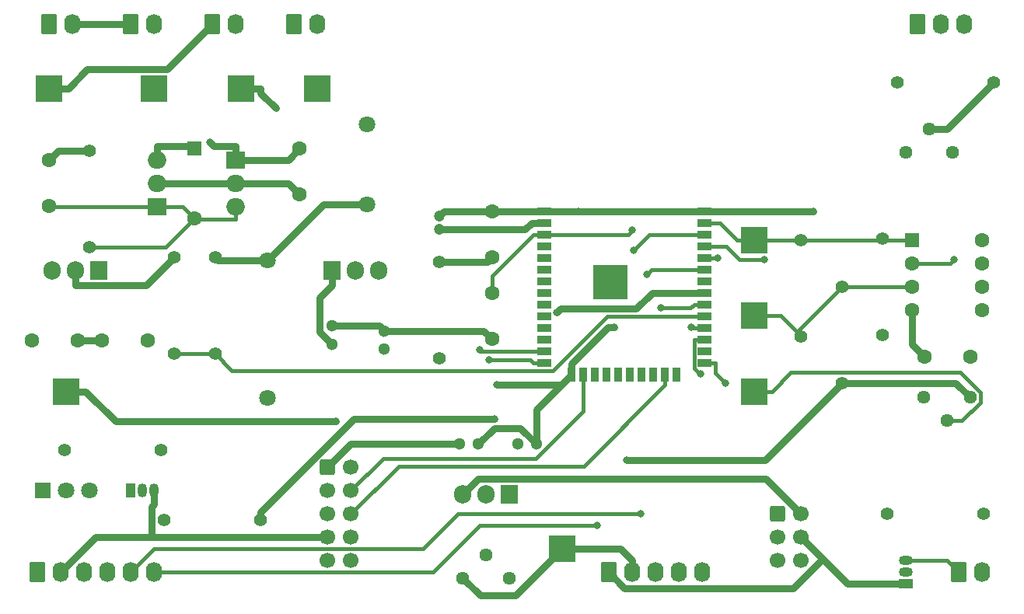
<source format=gbr>
%TF.GenerationSoftware,KiCad,Pcbnew,9.0.3*%
%TF.CreationDate,2025-08-16T18:04:06+00:00*%
%TF.ProjectId,board,626f6172-642e-46b6-9963-61645f706362,1.0*%
%TF.SameCoordinates,Original*%
%TF.FileFunction,Copper,L1,Top*%
%TF.FilePolarity,Positive*%
%FSLAX46Y46*%
G04 Gerber Fmt 4.6, Leading zero omitted, Abs format (unit mm)*
G04 Created by KiCad (PCBNEW 9.0.3) date 2025-08-16 18:04:06*
%MOMM*%
%LPD*%
G01*
G04 APERTURE LIST*
G04 Aperture macros list*
%AMRoundRect*
0 Rectangle with rounded corners*
0 $1 Rounding radius*
0 $2 $3 $4 $5 $6 $7 $8 $9 X,Y pos of 4 corners*
0 Add a 4 corners polygon primitive as box body*
4,1,4,$2,$3,$4,$5,$6,$7,$8,$9,$2,$3,0*
0 Add four circle primitives for the rounded corners*
1,1,$1+$1,$2,$3*
1,1,$1+$1,$4,$5*
1,1,$1+$1,$6,$7*
1,1,$1+$1,$8,$9*
0 Add four rect primitives between the rounded corners*
20,1,$1+$1,$2,$3,$4,$5,0*
20,1,$1+$1,$4,$5,$6,$7,0*
20,1,$1+$1,$6,$7,$8,$9,0*
20,1,$1+$1,$8,$9,$2,$3,0*%
G04 Aperture macros list end*
%TA.AperFunction,ComponentPad*%
%ADD10R,3.000000X3.000000*%
%TD*%
%TA.AperFunction,ComponentPad*%
%ADD11RoundRect,0.250000X-0.620000X-0.845000X0.620000X-0.845000X0.620000X0.845000X-0.620000X0.845000X0*%
%TD*%
%TA.AperFunction,ComponentPad*%
%ADD12O,1.740000X2.190000*%
%TD*%
%TA.AperFunction,ComponentPad*%
%ADD13C,1.400000*%
%TD*%
%TA.AperFunction,ComponentPad*%
%ADD14RoundRect,0.250000X-0.600000X-0.600000X0.600000X-0.600000X0.600000X0.600000X-0.600000X0.600000X0*%
%TD*%
%TA.AperFunction,ComponentPad*%
%ADD15C,1.700000*%
%TD*%
%TA.AperFunction,ComponentPad*%
%ADD16C,1.440000*%
%TD*%
%TA.AperFunction,ComponentPad*%
%ADD17C,1.300000*%
%TD*%
%TA.AperFunction,ComponentPad*%
%ADD18C,1.800000*%
%TD*%
%TA.AperFunction,ComponentPad*%
%ADD19C,1.600000*%
%TD*%
%TA.AperFunction,ComponentPad*%
%ADD20R,1.905000X2.000000*%
%TD*%
%TA.AperFunction,ComponentPad*%
%ADD21O,1.905000X2.000000*%
%TD*%
%TA.AperFunction,ComponentPad*%
%ADD22R,2.000000X1.905000*%
%TD*%
%TA.AperFunction,ComponentPad*%
%ADD23O,2.000000X1.905000*%
%TD*%
%TA.AperFunction,ComponentPad*%
%ADD24R,1.050000X1.500000*%
%TD*%
%TA.AperFunction,ComponentPad*%
%ADD25O,1.050000X1.500000*%
%TD*%
%TA.AperFunction,ComponentPad*%
%ADD26C,1.200000*%
%TD*%
%TA.AperFunction,ComponentPad*%
%ADD27R,1.500000X1.050000*%
%TD*%
%TA.AperFunction,ComponentPad*%
%ADD28O,1.500000X1.050000*%
%TD*%
%TA.AperFunction,ComponentPad*%
%ADD29R,1.800000X1.800000*%
%TD*%
%TA.AperFunction,ComponentPad*%
%ADD30RoundRect,0.250000X-0.550000X-0.550000X0.550000X-0.550000X0.550000X0.550000X-0.550000X0.550000X0*%
%TD*%
%TA.AperFunction,ComponentPad*%
%ADD31RoundRect,0.250000X-0.550000X0.550000X-0.550000X-0.550000X0.550000X-0.550000X0.550000X0.550000X0*%
%TD*%
%TA.AperFunction,SMDPad,CuDef*%
%ADD32R,1.500000X0.900000*%
%TD*%
%TA.AperFunction,SMDPad,CuDef*%
%ADD33R,0.900000X1.500000*%
%TD*%
%TA.AperFunction,SMDPad,CuDef*%
%ADD34R,0.900000X0.900000*%
%TD*%
%TA.AperFunction,HeatsinkPad*%
%ADD35C,0.600000*%
%TD*%
%TA.AperFunction,HeatsinkPad*%
%ADD36R,3.800000X3.800000*%
%TD*%
%TA.AperFunction,ViaPad*%
%ADD37C,0.800000*%
%TD*%
%TA.AperFunction,Conductor*%
%ADD38C,0.800000*%
%TD*%
%TA.AperFunction,Conductor*%
%ADD39C,0.400000*%
%TD*%
G04 APERTURE END LIST*
D10*
%TO.P,TP4,1,1*%
%TO.N,+3V3*%
X160020000Y-127000000D03*
%TD*%
D11*
%TO.P,J1,1,Pin_1*%
%TO.N,GND*%
X104140000Y-69850000D03*
D12*
%TO.P,J1,2,Pin_2*%
%TO.N,VDD*%
X106680000Y-69850000D03*
%TD*%
D13*
%TO.P,R7,1*%
%TO.N,+3V3*%
X195410000Y-123190000D03*
%TO.P,R7,2*%
%TO.N,Net-(J6-Pin_2)*%
X205910000Y-123190000D03*
%TD*%
D14*
%TO.P,J7,1,Pin_1*%
%TO.N,/EN*%
X183515000Y-123190000D03*
D15*
%TO.P,J7,2,Pin_2*%
%TO.N,+5V*%
X186055000Y-123190000D03*
%TO.P,J7,3,Pin_3*%
%TO.N,/TX*%
X183515000Y-125730000D03*
%TO.P,J7,4,Pin_4*%
%TO.N,GND*%
X186055000Y-125730000D03*
%TO.P,J7,5,Pin_5*%
%TO.N,/RX*%
X183515000Y-128270000D03*
%TO.P,J7,6,Pin_6*%
%TO.N,/IO0*%
X186055000Y-128270000D03*
%TD*%
D16*
%TO.P,RV2,1,1*%
%TO.N,+5V*%
X197485000Y-83820000D03*
%TO.P,RV2,2,2*%
%TO.N,Net-(R8-Pad2)*%
X200025000Y-81280000D03*
%TO.P,RV2,3,3*%
%TO.N,unconnected-(RV2-Pad3)*%
X202565000Y-83820000D03*
%TD*%
D17*
%TO.P,C11,1*%
%TO.N,VSS*%
X140650000Y-105215000D03*
%TO.P,C11,2*%
%TO.N,GND*%
X140650000Y-103215000D03*
%TD*%
D18*
%TO.P,D3,1,K*%
%TO.N,VSS*%
X138745000Y-80740000D03*
%TO.P,D3,2,A*%
%TO.N,Net-(D3-A)*%
X138745000Y-89440000D03*
%TD*%
D19*
%TO.P,C1,1*%
%TO.N,+3V3*%
X204475000Y-106045000D03*
%TO.P,C1,2*%
%TO.N,GND*%
X199475000Y-106045000D03*
%TD*%
D20*
%TO.P,U5,1,ADJ*%
%TO.N,Net-(U5-ADJ)*%
X154305000Y-121015000D03*
D21*
%TO.P,U5,2,VO*%
%TO.N,+3V3*%
X151765000Y-121015000D03*
%TO.P,U5,3,VI*%
%TO.N,+5V*%
X149225000Y-121015000D03*
%TD*%
D10*
%TO.P,TP2,1,1*%
%TO.N,VSS*%
X133350000Y-76835000D03*
%TD*%
D19*
%TO.P,C9,1*%
%TO.N,Net-(D1-A)*%
X104140000Y-89665000D03*
%TO.P,C9,2*%
%TO.N,GND*%
X104140000Y-84665000D03*
%TD*%
D11*
%TO.P,F1,1*%
%TO.N,VDD*%
X113030000Y-69850000D03*
D12*
%TO.P,F1,2*%
%TO.N,Net-(D2-A)*%
X115570000Y-69850000D03*
%TD*%
D10*
%TO.P,TP9,1,1*%
%TO.N,GND*%
X104140000Y-76835000D03*
%TD*%
D19*
%TO.P,C5,1*%
%TO.N,VDC*%
X114935000Y-104310000D03*
%TO.P,C5,2*%
%TO.N,GND*%
X109935000Y-104310000D03*
%TD*%
D13*
%TO.P,R1,1*%
%TO.N,+3V3*%
X194950000Y-103675000D03*
%TO.P,R1,2*%
%TO.N,/SENSOR*%
X194950000Y-93175000D03*
%TD*%
D17*
%TO.P,C8,1*%
%TO.N,+5V*%
X148860000Y-115570000D03*
%TO.P,C8,2*%
%TO.N,GND*%
X150860000Y-115570000D03*
%TD*%
D10*
%TO.P,TP3,1,1*%
%TO.N,+5V*%
X106045000Y-109855000D03*
%TD*%
D11*
%TO.P,J4,1,Pin_1*%
%TO.N,+5V*%
X102870000Y-129540000D03*
D12*
%TO.P,J4,2,Pin_2*%
%TO.N,GND*%
X105410000Y-129540000D03*
%TO.P,J4,3,Pin_3*%
%TO.N,/PWM_5V*%
X107950000Y-129540000D03*
%TO.P,J4,4,Pin_4*%
%TO.N,unconnected-(J4-Pin_4-Pad4)*%
X110490000Y-129540000D03*
%TO.P,J4,5,Pin_5*%
%TO.N,/SDA*%
X113030000Y-129540000D03*
%TO.P,J4,6,Pin_6*%
%TO.N,/SCL*%
X115570000Y-129540000D03*
%TD*%
D22*
%TO.P,Q3,1,G*%
%TO.N,Net-(D1-A)*%
X115885000Y-89705000D03*
D23*
%TO.P,Q3,2,D*%
%TO.N,Net-(D2-A)*%
X115885000Y-87165000D03*
%TO.P,Q3,3,S*%
%TO.N,VSS*%
X115885000Y-84625000D03*
%TD*%
D22*
%TO.P,D2,1,K*%
%TO.N,GND*%
X124460000Y-84625000D03*
D23*
%TO.P,D2,2,A*%
%TO.N,Net-(D2-A)*%
X124460000Y-87165000D03*
%TO.P,D2,3,G*%
%TO.N,Net-(D1-A)*%
X124460000Y-89705000D03*
%TD*%
D13*
%TO.P,R3,1*%
%TO.N,Net-(Q2-C)*%
X116375000Y-116205000D03*
%TO.P,R3,2*%
%TO.N,Net-(Q1-B)*%
X105875000Y-116205000D03*
%TD*%
D19*
%TO.P,C10,1*%
%TO.N,Net-(D2-A)*%
X131445000Y-88395000D03*
%TO.P,C10,2*%
%TO.N,GND*%
X131445000Y-83395000D03*
%TD*%
D10*
%TO.P,TP6,1,1*%
%TO.N,Net-(U2A--)*%
X180975000Y-109835000D03*
%TD*%
D11*
%TO.P,J2,1,Pin_1*%
%TO.N,GND*%
X121920000Y-69850000D03*
D12*
%TO.P,J2,2,Pin_2*%
%TO.N,Net-(D3-A)*%
X124460000Y-69850000D03*
%TD*%
D11*
%TO.P,J6,1,Pin_1*%
%TO.N,Net-(J6-Pin_1)*%
X203200000Y-129540000D03*
D12*
%TO.P,J6,2,Pin_2*%
%TO.N,Net-(J6-Pin_2)*%
X205740000Y-129540000D03*
%TD*%
D17*
%TO.P,C12,1*%
%TO.N,Net-(D3-A)*%
X134935000Y-104675000D03*
%TO.P,C12,2*%
%TO.N,GND*%
X134935000Y-102675000D03*
%TD*%
D13*
%TO.P,R9,1*%
%TO.N,/PH_K*%
X186060000Y-103845000D03*
%TO.P,R9,2*%
%TO.N,/SENSOR*%
X186060000Y-93345000D03*
%TD*%
D20*
%TO.P,U4,1,ADJ*%
%TO.N,Net-(D3-A)*%
X134935000Y-96690000D03*
D21*
%TO.P,U4,2,VO*%
%TO.N,+8V4*%
X137475000Y-96690000D03*
%TO.P,U4,3,VI*%
%TO.N,VSS*%
X140015000Y-96690000D03*
%TD*%
D11*
%TO.P,SW1,1*%
%TO.N,VDC*%
X130810000Y-69850000D03*
D12*
%TO.P,SW1,2*%
%TO.N,VSS*%
X133350000Y-69850000D03*
%TD*%
D10*
%TO.P,TP1,1,1*%
%TO.N,Net-(D2-A)*%
X115570000Y-76835000D03*
%TD*%
D24*
%TO.P,Q2,1,C*%
%TO.N,Net-(Q2-C)*%
X113030000Y-120650000D03*
D25*
%TO.P,Q2,2,B*%
%TO.N,Net-(Q2-B)*%
X114300000Y-120650000D03*
%TO.P,Q2,3,E*%
%TO.N,GND*%
X115570000Y-120650000D03*
%TD*%
D19*
%TO.P,C4,1*%
%TO.N,+3V3*%
X152400000Y-95210000D03*
%TO.P,C4,2*%
%TO.N,GND*%
X152400000Y-90210000D03*
%TD*%
D13*
%TO.P,R12,1*%
%TO.N,/V_bat*%
X117790000Y-105750000D03*
%TO.P,R12,2*%
%TO.N,GND*%
X117790000Y-95250000D03*
%TD*%
D17*
%TO.P,C7,1*%
%TO.N,+3V3*%
X155210000Y-115570000D03*
%TO.P,C7,2*%
%TO.N,GND*%
X157210000Y-115570000D03*
%TD*%
D18*
%TO.P,R10,1*%
%TO.N,Net-(D3-A)*%
X127950000Y-95540000D03*
%TO.P,R10,2*%
%TO.N,+8V4*%
X127950000Y-110540000D03*
%TD*%
D10*
%TO.P,TP5,1,1*%
%TO.N,Net-(D3-A)*%
X125095000Y-76835000D03*
%TD*%
D13*
%TO.P,R11,1*%
%TO.N,Net-(D3-A)*%
X122235000Y-95250000D03*
%TO.P,R11,2*%
%TO.N,/V_bat*%
X122235000Y-105750000D03*
%TD*%
%TO.P,R8,1*%
%TO.N,Net-(J3-Pin_2)*%
X196510000Y-76200000D03*
%TO.P,R8,2*%
%TO.N,Net-(R8-Pad2)*%
X207010000Y-76200000D03*
%TD*%
%TO.P,R5,1*%
%TO.N,+3V3*%
X146685000Y-95715000D03*
%TO.P,R5,2*%
%TO.N,/EN*%
X146685000Y-106215000D03*
%TD*%
D26*
%TO.P,C3,1*%
%TO.N,+3V3*%
X146685000Y-92190000D03*
%TO.P,C3,2*%
%TO.N,GND*%
X146685000Y-90690000D03*
%TD*%
D19*
%TO.P,C2,1*%
%TO.N,/EN*%
X152400000Y-99100000D03*
%TO.P,C2,2*%
%TO.N,GND*%
X152400000Y-104100000D03*
%TD*%
%TO.P,C6,1*%
%TO.N,+5V*%
X102275000Y-104310000D03*
%TO.P,C6,2*%
%TO.N,GND*%
X107275000Y-104310000D03*
%TD*%
D27*
%TO.P,Q4,1,S*%
%TO.N,GND*%
X197485000Y-130810000D03*
D28*
%TO.P,Q4,2,G*%
%TO.N,/SENSOR*%
X197485000Y-129540000D03*
%TO.P,Q4,3,D*%
%TO.N,Net-(J6-Pin_1)*%
X197485000Y-128270000D03*
%TD*%
D16*
%TO.P,RV3,1,1*%
%TO.N,+3V3*%
X149225000Y-130175000D03*
%TO.P,RV3,2,2*%
%TO.N,Net-(U5-ADJ)*%
X151765000Y-127635000D03*
%TO.P,RV3,3,3*%
%TO.N,GND*%
X154305000Y-130175000D03*
%TD*%
D29*
%TO.P,Q1,1,E*%
%TO.N,+5V*%
X103505000Y-120650000D03*
D18*
%TO.P,Q1,2,B*%
%TO.N,Net-(Q1-B)*%
X106045000Y-120650000D03*
%TO.P,Q1,3,C*%
%TO.N,/PWM_5V*%
X108585000Y-120650000D03*
%TD*%
D30*
%TO.P,U2,1*%
%TO.N,/SENSOR*%
X198125000Y-93345000D03*
D19*
%TO.P,U2,2,-*%
%TO.N,Net-(U2A--)*%
X198125000Y-95885000D03*
%TO.P,U2,3,+*%
%TO.N,/PH_K*%
X198125000Y-98425000D03*
%TO.P,U2,4,V-*%
%TO.N,GND*%
X198125000Y-100965000D03*
%TO.P,U2,5,+*%
%TO.N,unconnected-(U2B-+-Pad5)*%
X205745000Y-100965000D03*
%TO.P,U2,6,-*%
%TO.N,unconnected-(U2B---Pad6)*%
X205745000Y-98425000D03*
%TO.P,U2,7*%
%TO.N,unconnected-(U2-Pad7)*%
X205745000Y-95885000D03*
%TO.P,U2,8,V+*%
%TO.N,+3V3*%
X205745000Y-93345000D03*
%TD*%
D10*
%TO.P,TP8,1,1*%
%TO.N,/SENSOR*%
X180975000Y-93325000D03*
%TD*%
D20*
%TO.P,U3,1,VI*%
%TO.N,VDC*%
X109535000Y-96690000D03*
D21*
%TO.P,U3,2,GND*%
%TO.N,GND*%
X106995000Y-96690000D03*
%TO.P,U3,3,VO*%
%TO.N,+5V*%
X104455000Y-96690000D03*
%TD*%
D11*
%TO.P,J5,1,Pin_1*%
%TO.N,GND*%
X165100000Y-129540000D03*
D12*
%TO.P,J5,2,Pin_2*%
%TO.N,+3V3*%
X167640000Y-129540000D03*
%TO.P,J5,3,Pin_3*%
%TO.N,/SW*%
X170180000Y-129540000D03*
%TO.P,J5,4,Pin_4*%
%TO.N,/DT*%
X172720000Y-129540000D03*
%TO.P,J5,5,Pin_5*%
%TO.N,/CLK*%
X175260000Y-129540000D03*
%TD*%
D31*
%TO.P,D1,1,K*%
%TO.N,VSS*%
X120015000Y-83355000D03*
D19*
%TO.P,D1,2,A*%
%TO.N,Net-(D1-A)*%
X120015000Y-90975000D03*
%TD*%
D32*
%TO.P,U1,1,GND*%
%TO.N,GND*%
X158045000Y-90195000D03*
%TO.P,U1,2,VDD*%
%TO.N,+3V3*%
X158045000Y-91465000D03*
%TO.P,U1,3,EN*%
%TO.N,/EN*%
X158045000Y-92735000D03*
%TO.P,U1,4,SENSOR_VP*%
%TO.N,unconnected-(U1-SENSOR_VP-Pad4)*%
X158045000Y-94005000D03*
%TO.P,U1,5,SENSOR_VN*%
%TO.N,unconnected-(U1-SENSOR_VN-Pad5)*%
X158045000Y-95275000D03*
%TO.P,U1,6,IO34*%
%TO.N,unconnected-(U1-IO34-Pad6)*%
X158045000Y-96545000D03*
%TO.P,U1,7,IO35*%
%TO.N,unconnected-(U1-IO35-Pad7)*%
X158045000Y-97815000D03*
%TO.P,U1,8,IO32*%
%TO.N,unconnected-(U1-IO32-Pad8)*%
X158045000Y-99085000D03*
%TO.P,U1,9,IO33*%
%TO.N,unconnected-(U1-IO33-Pad9)*%
X158045000Y-100355000D03*
%TO.P,U1,10,IO25*%
%TO.N,unconnected-(U1-IO25-Pad10)*%
X158045000Y-101625000D03*
%TO.P,U1,11,IO26*%
%TO.N,unconnected-(U1-IO26-Pad11)*%
X158045000Y-102895000D03*
%TO.P,U1,12,IO27*%
%TO.N,unconnected-(U1-IO27-Pad12)*%
X158045000Y-104165000D03*
%TO.P,U1,13,IO14*%
%TO.N,/TMS*%
X158045000Y-105435000D03*
%TO.P,U1,14,IO12*%
%TO.N,/TDI*%
X158045000Y-106705000D03*
D33*
%TO.P,U1,15,GND*%
%TO.N,GND*%
X161085000Y-107955000D03*
%TO.P,U1,16,IO13*%
%TO.N,/TCK*%
X162355000Y-107955000D03*
%TO.P,U1,17,SHD/SD2*%
%TO.N,unconnected-(U1-SHD{slash}SD2-Pad17)*%
X163625000Y-107955000D03*
%TO.P,U1,18,SWP/SD3*%
%TO.N,unconnected-(U1-SWP{slash}SD3-Pad18)*%
X164895000Y-107955000D03*
%TO.P,U1,19,SCS/CMD*%
%TO.N,unconnected-(U1-SCS{slash}CMD-Pad19)*%
X166165000Y-107955000D03*
%TO.P,U1,20,SCK/CLK*%
%TO.N,unconnected-(U1-SCK{slash}CLK-Pad20)*%
X167435000Y-107955000D03*
%TO.P,U1,21,SDO/SD0*%
%TO.N,unconnected-(U1-SDO{slash}SD0-Pad21)*%
X168705000Y-107955000D03*
%TO.P,U1,22,SDI/SD1*%
%TO.N,unconnected-(U1-SDI{slash}SD1-Pad22)*%
X169975000Y-107955000D03*
%TO.P,U1,23,IO15*%
%TO.N,/TDO*%
X171245000Y-107955000D03*
%TO.P,U1,24,IO2*%
%TO.N,unconnected-(U1-IO2-Pad24)*%
X172515000Y-107955000D03*
D32*
%TO.P,U1,25,IO0*%
%TO.N,/IO0*%
X175545000Y-106705000D03*
%TO.P,U1,26,IO4*%
%TO.N,unconnected-(U1-IO4-Pad26)*%
X175545000Y-105435000D03*
%TO.P,U1,27,IO16*%
%TO.N,/CLK*%
X175545000Y-104165000D03*
%TO.P,U1,28,IO17*%
%TO.N,/DT*%
X175545000Y-102895000D03*
%TO.P,U1,29,IO5*%
%TO.N,/V_bat*%
X175545000Y-101625000D03*
%TO.P,U1,30,IO18*%
%TO.N,/SW*%
X175545000Y-100355000D03*
%TO.P,U1,31,IO19*%
%TO.N,/PWM_3V3*%
X175545000Y-99085000D03*
%TO.P,U1,32,NC*%
%TO.N,unconnected-(U1-NC-Pad32)*%
X175545000Y-97815000D03*
%TO.P,U1,33,IO21*%
%TO.N,/SDA*%
X175545000Y-96545000D03*
%TO.P,U1,34,RXD0/IO3*%
%TO.N,/RX*%
X175545000Y-95275000D03*
%TO.P,U1,35,TXD0/IO1*%
%TO.N,/TX*%
X175545000Y-94005000D03*
%TO.P,U1,36,IO22*%
%TO.N,/SCL*%
X175545000Y-92735000D03*
%TO.P,U1,37,IO23*%
%TO.N,/SENSOR*%
X175545000Y-91465000D03*
%TO.P,U1,38,GND*%
%TO.N,GND*%
X175545000Y-90195000D03*
D34*
%TO.P,U1,39,GND*%
X163895000Y-96515000D03*
D35*
X163895000Y-97215000D03*
D34*
X163895000Y-97915000D03*
D35*
X163895000Y-98615000D03*
D34*
X163895000Y-99315000D03*
D35*
X164595000Y-96515000D03*
X164595000Y-97915000D03*
X164595000Y-99315000D03*
X165270000Y-97215000D03*
X165270000Y-98615000D03*
D34*
X165295000Y-96515000D03*
X165295000Y-97915000D03*
D36*
X165295000Y-97915000D03*
D34*
X165295000Y-99315000D03*
D35*
X165995000Y-96515000D03*
X165995000Y-97915000D03*
X165995000Y-99315000D03*
D34*
X166695000Y-96515000D03*
D35*
X166695000Y-97215000D03*
D34*
X166695000Y-97915000D03*
D35*
X166695000Y-98615000D03*
D34*
X166695000Y-99315000D03*
%TD*%
D13*
%TO.P,R6,1*%
%TO.N,Net-(D1-A)*%
X108585000Y-94150000D03*
%TO.P,R6,2*%
%TO.N,GND*%
X108585000Y-83650000D03*
%TD*%
%TO.P,R2,1*%
%TO.N,+3V3*%
X190505000Y-108925000D03*
%TO.P,R2,2*%
%TO.N,/PH_K*%
X190505000Y-98425000D03*
%TD*%
D11*
%TO.P,J3,1,Pin_1*%
%TO.N,GND*%
X198755000Y-69850000D03*
D12*
%TO.P,J3,2,Pin_2*%
%TO.N,Net-(J3-Pin_2)*%
X201295000Y-69850000D03*
%TO.P,J3,3,Pin_3*%
%TO.N,/PH_K*%
X203835000Y-69850000D03*
%TD*%
D14*
%TO.P,J8,1,Pin_1*%
%TO.N,+5V*%
X134502500Y-118110000D03*
D15*
%TO.P,J8,2,Pin_2*%
%TO.N,/TMS*%
X137042500Y-118110000D03*
%TO.P,J8,3,Pin_3*%
%TO.N,GND*%
X134502500Y-120650000D03*
%TO.P,J8,4,Pin_4*%
%TO.N,/TCK*%
X137042500Y-120650000D03*
%TO.P,J8,5,Pin_5*%
%TO.N,GND*%
X134502500Y-123190000D03*
%TO.P,J8,6,Pin_6*%
%TO.N,/TDO*%
X137042500Y-123190000D03*
%TO.P,J8,7,Pin_7*%
%TO.N,GND*%
X134502500Y-125730000D03*
%TO.P,J8,8,Pin_8*%
%TO.N,/TDI*%
X137042500Y-125730000D03*
%TO.P,J8,9,Pin_9*%
%TO.N,GND*%
X134502500Y-128270000D03*
%TO.P,J8,10,Pin_10*%
%TO.N,unconnected-(J8-Pin_10-Pad10)*%
X137042500Y-128270000D03*
%TD*%
D16*
%TO.P,RV1,1,1*%
%TO.N,+3V3*%
X204475000Y-110490000D03*
%TO.P,RV1,2,2*%
%TO.N,Net-(U2A--)*%
X201935000Y-113030000D03*
%TO.P,RV1,3,3*%
%TO.N,GND*%
X199395000Y-110490000D03*
%TD*%
D10*
%TO.P,TP7,1,1*%
%TO.N,/PH_K*%
X180975000Y-101600000D03*
%TD*%
D13*
%TO.P,R4,1*%
%TO.N,/PWM_3V3*%
X127170000Y-123825000D03*
%TO.P,R4,2*%
%TO.N,Net-(Q2-B)*%
X116670000Y-123825000D03*
%TD*%
D37*
%TO.N,/SDA*%
X168598200Y-123190000D03*
%TO.N,GND*%
X161772600Y-90195000D03*
X165735000Y-102870000D03*
X121717100Y-82670500D03*
X187379400Y-90195000D03*
X152960700Y-109127700D03*
%TO.N,/EN*%
X167682300Y-92243700D03*
%TO.N,+3V3*%
X167021000Y-117287400D03*
%TO.N,+5V*%
X135394200Y-113117600D03*
%TO.N,/TX*%
X182033200Y-95462500D03*
%TO.N,/RX*%
X176973900Y-95277500D03*
%TO.N,/IO0*%
X177793300Y-108953300D03*
%TO.N,/TMS*%
X151016700Y-105249200D03*
%TO.N,/TDI*%
X152051200Y-106350000D03*
%TO.N,/SDA*%
X169230300Y-97089900D03*
%TO.N,/SCL*%
X167806000Y-94475000D03*
X163867300Y-124460000D03*
%TO.N,/SW*%
X170775900Y-100713200D03*
%TO.N,/DT*%
X174095100Y-102863200D03*
%TO.N,/CLK*%
X175105400Y-107928300D03*
%TO.N,/PWM_3V3*%
X152687900Y-112800700D03*
X159470800Y-101222500D03*
%TO.N,Net-(U2A--)*%
X202704200Y-95479800D03*
%TO.N,Net-(D3-A)*%
X128834000Y-78965000D03*
%TD*%
D38*
%TO.N,+3V3*%
X167640000Y-129540000D02*
X167640000Y-128270000D01*
X167640000Y-128270000D02*
X166370000Y-127000000D01*
X166370000Y-127000000D02*
X160020000Y-127000000D01*
X160020000Y-127000000D02*
X154940000Y-132080000D01*
X154940000Y-132080000D02*
X151130000Y-132080000D01*
X151130000Y-132080000D02*
X149225000Y-130175000D01*
D39*
%TO.N,/SCL*%
X163867300Y-124460000D02*
X151055800Y-124460000D01*
X151055800Y-124460000D02*
X145975800Y-129540000D01*
X145975800Y-129540000D02*
X115570000Y-129540000D01*
%TO.N,/SDA*%
X168598200Y-123190000D02*
X148692600Y-123190000D01*
X148692600Y-123190000D02*
X144882600Y-127000000D01*
X144882600Y-127000000D02*
X115570000Y-127000000D01*
X115570000Y-127000000D02*
X113030000Y-129540000D01*
%TO.N,/SENSOR*%
X177213300Y-91465000D02*
X179073300Y-93325000D01*
X180975000Y-93325000D02*
X179073300Y-93325000D01*
X175545000Y-91465000D02*
X177213300Y-91465000D01*
X180975000Y-93325000D02*
X182876700Y-93325000D01*
X198125000Y-93345000D02*
X195120000Y-93345000D01*
X182896700Y-93345000D02*
X186060000Y-93345000D01*
X186060000Y-93345000D02*
X194780000Y-93345000D01*
X195120000Y-93345000D02*
X194950000Y-93175000D01*
X182876700Y-93325000D02*
X182896700Y-93345000D01*
X194780000Y-93345000D02*
X194950000Y-93175000D01*
D38*
%TO.N,GND*%
X157210000Y-115570000D02*
X157210000Y-111830000D01*
X175545000Y-90195000D02*
X158045000Y-90195000D01*
X161085000Y-107955000D02*
X161085000Y-106823000D01*
X121920000Y-69850000D02*
X117036700Y-74733300D01*
X122117400Y-83070800D02*
X121717100Y-82670500D01*
X115356100Y-122355200D02*
X115570000Y-122141300D01*
X117036700Y-74733300D02*
X108343400Y-74733300D01*
X134935000Y-102675000D02*
X140110000Y-102675000D01*
X124460000Y-84625000D02*
X130215000Y-84625000D01*
X115570000Y-122141300D02*
X115570000Y-120650000D01*
X108585000Y-83650000D02*
X105155000Y-83650000D01*
X104140000Y-76835000D02*
X106241700Y-76835000D01*
X199475000Y-106045000D02*
X198125000Y-104695000D01*
X115356100Y-125730000D02*
X134502500Y-125730000D01*
X161085000Y-106823000D02*
X165038000Y-102870000D01*
X105155000Y-83650000D02*
X104140000Y-84665000D01*
X105410000Y-129540000D02*
X109220000Y-125730000D01*
X152960700Y-109127700D02*
X159912300Y-109127700D01*
X115356100Y-125730000D02*
X115356100Y-122355200D01*
X106995000Y-96690000D02*
X106995000Y-98291700D01*
X117790000Y-95250000D02*
X114748300Y-98291700D01*
X124460000Y-83070800D02*
X122117400Y-83070800D01*
X151515000Y-103215000D02*
X140650000Y-103215000D01*
X165038000Y-102870000D02*
X165735000Y-102870000D01*
X108343400Y-74733300D02*
X106241700Y-76835000D01*
X188356900Y-128031900D02*
X191135000Y-130810000D01*
X124460000Y-84625000D02*
X124460000Y-83070800D01*
X140110000Y-102675000D02*
X140650000Y-103215000D01*
X152415000Y-90195000D02*
X152400000Y-90210000D01*
X147165000Y-90210000D02*
X146685000Y-90690000D01*
X157210000Y-111830000D02*
X161085000Y-107955000D01*
X109220000Y-125730000D02*
X115356100Y-125730000D01*
X187379400Y-90195000D02*
X175545000Y-90195000D01*
X130215000Y-84625000D02*
X131445000Y-83395000D01*
X152628300Y-113801700D02*
X150860000Y-115570000D01*
X157210000Y-115570000D02*
X155441700Y-113801700D01*
X191135000Y-130810000D02*
X197485000Y-130810000D01*
X185151200Y-131237600D02*
X166797600Y-131237600D01*
X158045000Y-90195000D02*
X152415000Y-90195000D01*
X155441700Y-113801700D02*
X152628300Y-113801700D01*
X166797600Y-131237600D02*
X165100000Y-129540000D01*
X198125000Y-104695000D02*
X198125000Y-100965000D01*
X188356900Y-128031900D02*
X185151200Y-131237600D01*
X152400000Y-104100000D02*
X151515000Y-103215000D01*
X186055000Y-125730000D02*
X188356900Y-128031900D01*
X107275000Y-104310000D02*
X109935000Y-104310000D01*
X152400000Y-90210000D02*
X147165000Y-90210000D01*
X114748300Y-98291700D02*
X106995000Y-98291700D01*
D39*
%TO.N,/EN*%
X152400000Y-97228300D02*
X156893300Y-92735000D01*
X158045000Y-92735000D02*
X167191000Y-92735000D01*
X158045000Y-92735000D02*
X156893300Y-92735000D01*
X167191000Y-92735000D02*
X167682300Y-92243700D01*
X152400000Y-99100000D02*
X152400000Y-97228300D01*
D38*
%TO.N,VSS*%
X120015000Y-83355000D02*
X119730800Y-83070800D01*
X115885000Y-84625000D02*
X115885000Y-83070800D01*
X119730800Y-83070800D02*
X115885000Y-83070800D01*
%TO.N,+3V3*%
X146685000Y-92190000D02*
X155968300Y-92190000D01*
X158045000Y-91465000D02*
X156693300Y-91465000D01*
X190505000Y-108925000D02*
X182142600Y-117287400D01*
X202910000Y-108925000D02*
X190505000Y-108925000D01*
X204475000Y-110490000D02*
X202910000Y-108925000D01*
X155968300Y-92190000D02*
X156693300Y-91465000D01*
X151895000Y-95715000D02*
X152400000Y-95210000D01*
X146685000Y-95715000D02*
X151895000Y-95715000D01*
X182142600Y-117287400D02*
X167021000Y-117287400D01*
%TO.N,+5V*%
X106045000Y-109855000D02*
X108146700Y-109855000D01*
X148860000Y-115570000D02*
X137042500Y-115570000D01*
X111409300Y-113117600D02*
X108146700Y-109855000D01*
X149225000Y-121015000D02*
X150865200Y-119374800D01*
X137042500Y-115570000D02*
X134502500Y-118110000D01*
X135394200Y-113117600D02*
X111409300Y-113117600D01*
X150865200Y-119374800D02*
X182239800Y-119374800D01*
X182239800Y-119374800D02*
X186055000Y-123190000D01*
D39*
%TO.N,Net-(D1-A)*%
X120099200Y-91059200D02*
X124460000Y-91059200D01*
X124460000Y-89705000D02*
X124460000Y-91059200D01*
X118745000Y-89705000D02*
X115885000Y-89705000D01*
X116840000Y-94150000D02*
X120015000Y-90975000D01*
X115885000Y-89705000D02*
X104180000Y-89705000D01*
X120015000Y-90975000D02*
X118745000Y-89705000D01*
X120015000Y-90975000D02*
X120099200Y-91059200D01*
X104180000Y-89705000D02*
X104140000Y-89665000D01*
X108585000Y-94150000D02*
X116840000Y-94150000D01*
D38*
%TO.N,Net-(D2-A)*%
X130215000Y-87165000D02*
X124460000Y-87165000D01*
X115885000Y-87165000D02*
X124460000Y-87165000D01*
X131445000Y-88395000D02*
X130215000Y-87165000D01*
D39*
%TO.N,/TX*%
X179315700Y-95462500D02*
X177858200Y-94005000D01*
X177858200Y-94005000D02*
X175545000Y-94005000D01*
X182033200Y-95462500D02*
X179315700Y-95462500D01*
%TO.N,/RX*%
X175545000Y-95275000D02*
X176696700Y-95275000D01*
X176699200Y-95277500D02*
X176696700Y-95275000D01*
X176973900Y-95277500D02*
X176699200Y-95277500D01*
%TO.N,/IO0*%
X176696700Y-106705000D02*
X176696700Y-107856700D01*
X176696700Y-107856700D02*
X177793300Y-108953300D01*
X175545000Y-106705000D02*
X176696700Y-106705000D01*
%TO.N,/TMS*%
X151016700Y-105249200D02*
X151202500Y-105435000D01*
X151202500Y-105435000D02*
X158045000Y-105435000D01*
%TO.N,/TCK*%
X162355000Y-111953800D02*
X162355000Y-107955000D01*
X140527900Y-117164600D02*
X157144200Y-117164600D01*
X157144200Y-117164600D02*
X162355000Y-111953800D01*
X137042500Y-120650000D02*
X140527900Y-117164600D01*
%TO.N,/TDO*%
X162393600Y-117958100D02*
X142274400Y-117958100D01*
X142274400Y-117958100D02*
X137042500Y-123190000D01*
X171245000Y-109106700D02*
X162393600Y-117958100D01*
X171245000Y-107955000D02*
X171245000Y-109106700D01*
%TO.N,/TDI*%
X158045000Y-106705000D02*
X156893300Y-106705000D01*
X152051200Y-106350000D02*
X156538300Y-106350000D01*
X156538300Y-106350000D02*
X156893300Y-106705000D01*
%TO.N,Net-(J6-Pin_1)*%
X203200000Y-129540000D02*
X201930000Y-128270000D01*
X201930000Y-128270000D02*
X197485000Y-128270000D01*
%TO.N,/SDA*%
X175545000Y-96545000D02*
X169775200Y-96545000D01*
X169775200Y-96545000D02*
X169230300Y-97089900D01*
%TO.N,/SCL*%
X169546000Y-92735000D02*
X167806000Y-94475000D01*
X175545000Y-92735000D02*
X169546000Y-92735000D01*
%TO.N,/SW*%
X170775900Y-100713200D02*
X174035100Y-100713200D01*
X174035100Y-100713200D02*
X174393300Y-100355000D01*
X175545000Y-100355000D02*
X174393300Y-100355000D01*
%TO.N,/DT*%
X175545000Y-102895000D02*
X174393300Y-102895000D01*
X174095100Y-102863200D02*
X174361500Y-102863200D01*
X174361500Y-102863200D02*
X174393300Y-102895000D01*
%TO.N,/CLK*%
X175105400Y-107928300D02*
X174989200Y-107928300D01*
X174393300Y-107332400D02*
X174393300Y-104165000D01*
X175545000Y-104165000D02*
X174393300Y-104165000D01*
X174989200Y-107928300D02*
X174393300Y-107332400D01*
%TO.N,/PH_K*%
X185572500Y-103357500D02*
X190505000Y-98425000D01*
X183815000Y-101600000D02*
X185572500Y-103357500D01*
X185572500Y-103357500D02*
X186060000Y-103845000D01*
X180975000Y-101600000D02*
X183815000Y-101600000D01*
X198125000Y-98425000D02*
X190505000Y-98425000D01*
D38*
%TO.N,/PWM_3V3*%
X159470800Y-101222500D02*
X159868500Y-100824800D01*
X159868500Y-100824800D02*
X168098900Y-100824800D01*
X168098900Y-100824800D02*
X169838700Y-99085000D01*
X127170000Y-123825000D02*
X127170000Y-122969300D01*
X137338600Y-112800700D02*
X152687900Y-112800700D01*
X169838700Y-99085000D02*
X175545000Y-99085000D01*
X127170000Y-122969300D02*
X137338600Y-112800700D01*
%TO.N,VDD*%
X113030000Y-69850000D02*
X106680000Y-69850000D01*
%TO.N,Net-(R8-Pad2)*%
X200025000Y-81280000D02*
X201930000Y-81280000D01*
X201930000Y-81280000D02*
X207010000Y-76200000D01*
D39*
%TO.N,Net-(U2A--)*%
X203591600Y-113030000D02*
X201935000Y-113030000D01*
X180975000Y-109835000D02*
X182876700Y-109835000D01*
X205602300Y-111019300D02*
X203591600Y-113030000D01*
X205602300Y-109967200D02*
X205602300Y-111019300D01*
X203394400Y-107759300D02*
X205602300Y-109967200D01*
X198125000Y-95885000D02*
X202299000Y-95885000D01*
X184952400Y-107759300D02*
X203394400Y-107759300D01*
X182876700Y-109835000D02*
X184952400Y-107759300D01*
X202299000Y-95885000D02*
X202704200Y-95479800D01*
D38*
%TO.N,Net-(D3-A)*%
X122235000Y-95250000D02*
X122525000Y-95540000D01*
X134935000Y-98291700D02*
X133639300Y-99587400D01*
X134050000Y-89440000D02*
X127950000Y-95540000D01*
X134935000Y-96690000D02*
X134935000Y-98291700D01*
X127196700Y-77327700D02*
X128834000Y-78965000D01*
X133639300Y-103379300D02*
X134935000Y-104675000D01*
X125095000Y-76835000D02*
X127196700Y-76835000D01*
X122525000Y-95540000D02*
X127950000Y-95540000D01*
X127196700Y-76835000D02*
X127196700Y-77327700D01*
X133639300Y-99587400D02*
X133639300Y-103379300D01*
X138745000Y-89440000D02*
X134050000Y-89440000D01*
D39*
%TO.N,/V_bat*%
X175545000Y-101625000D02*
X174393300Y-101625000D01*
X174391800Y-101626500D02*
X174393300Y-101625000D01*
X158983200Y-107601800D02*
X164958500Y-101626500D01*
X124086800Y-107601800D02*
X158983200Y-107601800D01*
X122235000Y-105750000D02*
X124086800Y-107601800D01*
X164958500Y-101626500D02*
X174391800Y-101626500D01*
X117790000Y-105750000D02*
X122235000Y-105750000D01*
%TD*%
%TA.AperFunction,Conductor*%
%TO.N,GND*%
G36*
X166638039Y-96284685D02*
G01*
X166683794Y-96337489D01*
X166695000Y-96389000D01*
X166695000Y-96515000D01*
X166821000Y-96515000D01*
X166888039Y-96534685D01*
X166933794Y-96587489D01*
X166945000Y-96639000D01*
X166945000Y-99191000D01*
X166925315Y-99258039D01*
X166872511Y-99303794D01*
X166821000Y-99315000D01*
X166695000Y-99315000D01*
X166695000Y-99441000D01*
X166675315Y-99508039D01*
X166622511Y-99553794D01*
X166571000Y-99565000D01*
X164019000Y-99565000D01*
X163951961Y-99545315D01*
X163906206Y-99492511D01*
X163895000Y-99441000D01*
X163895000Y-99315000D01*
X163769000Y-99315000D01*
X163701961Y-99295315D01*
X163656206Y-99242511D01*
X163645000Y-99191000D01*
X163645000Y-99065000D01*
X164145000Y-99065000D01*
X165045000Y-99065000D01*
X165545000Y-99065000D01*
X166445000Y-99065000D01*
X166445000Y-98165000D01*
X165545000Y-98165000D01*
X165545000Y-99065000D01*
X165045000Y-99065000D01*
X165045000Y-98165000D01*
X164145000Y-98165000D01*
X164145000Y-99065000D01*
X163645000Y-99065000D01*
X163645000Y-97665000D01*
X164145000Y-97665000D01*
X165045000Y-97665000D01*
X165545000Y-97665000D01*
X166445000Y-97665000D01*
X166445000Y-96765000D01*
X165545000Y-96765000D01*
X165545000Y-97665000D01*
X165045000Y-97665000D01*
X165045000Y-96765000D01*
X164145000Y-96765000D01*
X164145000Y-97665000D01*
X163645000Y-97665000D01*
X163645000Y-96639000D01*
X163664685Y-96571961D01*
X163717489Y-96526206D01*
X163769000Y-96515000D01*
X163895000Y-96515000D01*
X163895000Y-96389000D01*
X163914685Y-96321961D01*
X163967489Y-96276206D01*
X164019000Y-96265000D01*
X166571000Y-96265000D01*
X166638039Y-96284685D01*
G37*
%TD.AperFunction*%
%TD*%
M02*

</source>
